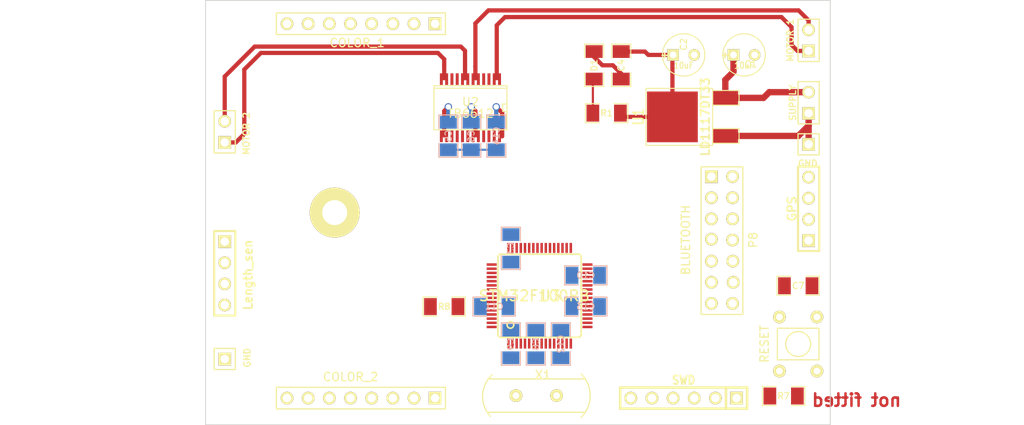
<source format=kicad_pcb>
(kicad_pcb (version 3) (host pcbnew "(2013-07-07 BZR 4022)-stable")

  (general
    (links 113)
    (no_connects 89)
    (area 172.921429 97.149999 295.864286 148.250001)
    (thickness 1.6)
    (drawings 12)
    (tracks 107)
    (zones 0)
    (modules 35)
    (nets 36)
  )

  (page A3)
  (layers
    (15 Gorna signal)
    (0 Dolna signal)
    (16 B.Adhes user)
    (17 F.Adhes user)
    (18 B.Paste user)
    (19 F.Paste user)
    (20 B.SilkS user)
    (21 F.SilkS user)
    (22 B.Mask user)
    (23 F.Mask user)
    (24 Dwgs.User user)
    (25 Cmts.User user)
    (26 Eco1.User user)
    (27 Eco2.User user)
    (28 Edge.Cuts user)
  )

  (setup
    (last_trace_width 0.254)
    (user_trace_width 0.254)
    (user_trace_width 0.508)
    (user_trace_width 0.762)
    (user_trace_width 1.016)
    (trace_clearance 0.254)
    (zone_clearance 0.508)
    (zone_45_only no)
    (trace_min 0.254)
    (segment_width 0.2)
    (edge_width 0.1)
    (via_size 0.889)
    (via_drill 0.635)
    (via_min_size 0.889)
    (via_min_drill 0.508)
    (uvia_size 0.508)
    (uvia_drill 0.127)
    (uvias_allowed no)
    (uvia_min_size 0.508)
    (uvia_min_drill 0.127)
    (pcb_text_width 0.3)
    (pcb_text_size 1.5 1.5)
    (mod_edge_width 0.15)
    (mod_text_size 1 1)
    (mod_text_width 0.15)
    (pad_size 1.524 2.032)
    (pad_drill 0)
    (pad_to_mask_clearance 0)
    (aux_axis_origin 0 0)
    (visible_elements 7FFFFBFF)
    (pcbplotparams
      (layerselection 3178497)
      (usegerberextensions true)
      (excludeedgelayer true)
      (linewidth 0.150000)
      (plotframeref false)
      (viasonmask false)
      (mode 1)
      (useauxorigin false)
      (hpglpennumber 1)
      (hpglpenspeed 20)
      (hpglpendiameter 15)
      (hpglpenoverlay 2)
      (psnegative false)
      (psa4output false)
      (plotreference true)
      (plotvalue true)
      (plotothertext true)
      (plotinvisibletext false)
      (padsonsilk false)
      (subtractmaskfromsilk false)
      (outputformat 1)
      (mirror false)
      (drillshape 1)
      (scaleselection 1)
      (outputdirectory ""))
  )

  (net 0 "")
  (net 1 +3.3V)
  (net 2 +9V)
  (net 3 AIN1)
  (net 4 AIN2)
  (net 5 AO1)
  (net 6 AO2)
  (net 7 BIN1)
  (net 8 BIN2)
  (net 9 BLUETOOTH_RX)
  (net 10 BLUETOOTH_TX)
  (net 11 BO1)
  (net 12 BO2)
  (net 13 GND)
  (net 14 GPS_RX)
  (net 15 GPS_TX)
  (net 16 LEDa)
  (net 17 LEDb)
  (net 18 N-0000020)
  (net 19 N-0000063)
  (net 20 NRST)
  (net 21 OSC_IN)
  (net 22 OSC_OUT)
  (net 23 OUTa)
  (net 24 OUTb)
  (net 25 PWMA)
  (net 26 PWMB)
  (net 27 S0a)
  (net 28 S0b)
  (net 29 S1a)
  (net 30 S1b)
  (net 31 SEN_EN)
  (net 32 SEN_OUT)
  (net 33 SWDCLK)
  (net 34 SWDIO)
  (net 35 SWDO)

  (net_class Default "To jest domyślna klasa połączeń."
    (clearance 0.254)
    (trace_width 0.254)
    (via_dia 0.889)
    (via_drill 0.635)
    (uvia_dia 0.508)
    (uvia_drill 0.127)
    (add_net "")
    (add_net +3.3V)
    (add_net +9V)
    (add_net AIN1)
    (add_net AIN2)
    (add_net AO1)
    (add_net AO2)
    (add_net BIN1)
    (add_net BIN2)
    (add_net BLUETOOTH_RX)
    (add_net BLUETOOTH_TX)
    (add_net BO1)
    (add_net BO2)
    (add_net GND)
    (add_net GPS_RX)
    (add_net GPS_TX)
    (add_net LEDa)
    (add_net LEDb)
    (add_net N-0000020)
    (add_net N-0000063)
    (add_net NRST)
    (add_net OSC_IN)
    (add_net OSC_OUT)
    (add_net OUTa)
    (add_net OUTb)
    (add_net PWMA)
    (add_net PWMB)
    (add_net S0a)
    (add_net S0b)
    (add_net S1a)
    (add_net S1b)
    (add_net SEN_EN)
    (add_net SEN_OUT)
    (add_net SWDCLK)
    (add_net SWDIO)
    (add_net SWDO)
  )

  (module XT-4.88mmTHT (layer Gorna) (tedit 54737E95) (tstamp 545B787B)
    (at 237.3 144.7)
    (path /5448F932)
    (fp_text reference X1 (at 0.8 -2.5) (layer F.SilkS)
      (effects (font (size 1 1) (thickness 0.15)))
    )
    (fp_text value 8M (at -2.2 -2.5) (layer F.SilkS) hide
      (effects (font (size 1 1) (thickness 0.15)))
    )
    (fp_arc (start -2.9 0.1) (end -5.5 2.5) (angle 90) (layer F.SilkS) (width 0.15))
    (fp_arc (start 2.8 0) (end 5.4 -2.6) (angle 90) (layer F.SilkS) (width 0.15))
    (fp_line (start 5.75 2) (end -5.75 2) (layer F.SilkS) (width 0.15))
    (fp_line (start -5.75 -2) (end 5.75 -2) (layer F.SilkS) (width 0.15))
    (pad 1 thru_hole circle (at -2.44 0) (size 1.54 1.54) (drill 0.8)
      (layers *.Cu *.Mask F.SilkS)
      (net 21 OSC_IN)
    )
    (pad 2 thru_hole circle (at 2.44 0) (size 1.54 1.54) (drill 0.8)
      (layers *.Cu *.Mask F.SilkS)
      (net 22 OSC_OUT)
    )
  )

  (module SSOP24   locked (layer Gorna) (tedit 531CA7D0) (tstamp 545B789F)
    (at 229.4 110.1 180)
    (path /5453615F)
    (attr smd)
    (fp_text reference U2 (at 0 0.6985 180) (layer F.SilkS)
      (effects (font (size 1.00076 1.00076) (thickness 0.1397)))
    )
    (fp_text value TB6612 (at 0 -0.6985 180) (layer F.SilkS)
      (effects (font (size 1.00076 1.00076) (thickness 0.12954)))
    )
    (fp_line (start -4.3815 -2.65) (end 4.3815 -2.65) (layer F.SilkS) (width 0.12954))
    (fp_line (start -4.3815 -0.4445) (end -3.8735 -0.4445) (layer F.SilkS) (width 0.12954))
    (fp_line (start -4.3815 0.4445) (end -3.8735 0.4445) (layer F.SilkS) (width 0.12954))
    (fp_line (start -3.8735 -0.4445) (end -3.8735 0.4445) (layer F.SilkS) (width 0.12954))
    (fp_line (start -4.3815 2.35) (end 4.3815 2.35) (layer F.SilkS) (width 0.12954))
    (fp_line (start 4.3815 2.65) (end -4.3815 2.65) (layer F.SilkS) (width 0.12954))
    (fp_line (start 4.3815 -2.65) (end 4.3815 2.65) (layer F.SilkS) (width 0.12954))
    (fp_line (start -4.3815 2.65) (end -4.3815 -2.65) (layer F.SilkS) (width 0.12954))
    (pad 1 smd rect (at -3.4925 3.44 180) (size 0.35052 1.39954)
      (layers Gorna F.Paste F.Mask)
      (net 5 AO1)
    )
    (pad 2 smd rect (at -2.8575 3.44 180) (size 0.35052 1.39954)
      (layers Gorna F.Paste F.Mask)
      (net 5 AO1)
    )
    (pad 3 smd rect (at -2.2225 3.44 180) (size 0.35052 1.39954)
      (layers Gorna F.Paste F.Mask)
      (net 13 GND)
    )
    (pad 4 smd rect (at -1.5875 3.44 180) (size 0.35052 1.39954)
      (layers Gorna F.Paste F.Mask)
      (net 13 GND)
    )
    (pad 5 smd rect (at -0.9525 3.44 180) (size 0.35052 1.39954)
      (layers Gorna F.Paste F.Mask)
      (net 6 AO2)
    )
    (pad 6 smd rect (at -0.3175 3.44 180) (size 0.35052 1.39954)
      (layers Gorna F.Paste F.Mask)
      (net 6 AO2)
    )
    (pad 7 smd rect (at 0.3175 3.44 180) (size 0.35052 1.39954)
      (layers Gorna F.Paste F.Mask)
      (net 12 BO2)
    )
    (pad 8 smd rect (at 0.9525 3.44 180) (size 0.35052 1.39954)
      (layers Gorna F.Paste F.Mask)
      (net 12 BO2)
    )
    (pad 9 smd rect (at 1.5875 3.44 180) (size 0.35052 1.39954)
      (layers Gorna F.Paste F.Mask)
      (net 13 GND)
    )
    (pad 10 smd rect (at 2.2225 3.44 180) (size 0.35052 1.39954)
      (layers Gorna F.Paste F.Mask)
      (net 13 GND)
    )
    (pad 11 smd rect (at 2.8575 3.44 180) (size 0.35052 1.39954)
      (layers Gorna F.Paste F.Mask)
      (net 11 BO1)
    )
    (pad 12 smd rect (at 3.4925 3.44 180) (size 0.35052 1.39954)
      (layers Gorna F.Paste F.Mask)
      (net 11 BO1)
    )
    (pad 13 smd rect (at 3.4925 -3.44 180) (size 0.35052 1.39954)
      (layers Gorna F.Paste F.Mask)
      (net 2 +9V)
    )
    (pad 14 smd rect (at 2.8575 -3.44 180) (size 0.35052 1.39954)
      (layers Gorna F.Paste F.Mask)
      (net 2 +9V)
    )
    (pad 15 smd rect (at 2.2225 -3.44 180) (size 0.35052 1.39954)
      (layers Gorna F.Paste F.Mask)
      (net 26 PWMB)
    )
    (pad 16 smd rect (at 1.5875 -3.44 180) (size 0.35052 1.39954)
      (layers Gorna F.Paste F.Mask)
      (net 8 BIN2)
    )
    (pad 17 smd rect (at 0.9525 -3.44 180) (size 0.35052 1.39954)
      (layers Gorna F.Paste F.Mask)
      (net 7 BIN1)
    )
    (pad 18 smd rect (at 0.3175 -3.44 180) (size 0.35052 1.39954)
      (layers Gorna F.Paste F.Mask)
      (net 13 GND)
    )
    (pad 19 smd rect (at -0.3175 -3.44 180) (size 0.35052 1.39954)
      (layers Gorna F.Paste F.Mask)
      (net 1 +3.3V)
    )
    (pad 20 smd rect (at -0.9525 -3.44 180) (size 0.35052 1.39954)
      (layers Gorna F.Paste F.Mask)
      (net 1 +3.3V)
    )
    (pad 21 smd rect (at -1.5875 -3.44 180) (size 0.35052 1.39954)
      (layers Gorna F.Paste F.Mask)
      (net 3 AIN1)
    )
    (pad 22 smd rect (at -2.2225 -3.44 180) (size 0.35052 1.39954)
      (layers Gorna F.Paste F.Mask)
      (net 4 AIN2)
    )
    (pad 23 smd rect (at -2.8575 -3.44 180) (size 0.35052 1.39954)
      (layers Gorna F.Paste F.Mask)
      (net 25 PWMA)
    )
    (pad 24 smd rect (at -3.4925 -3.44 180) (size 0.35052 1.39954)
      (layers Gorna F.Paste F.Mask)
      (net 2 +9V)
    )
    (model smd/smd_dil/tssop-24.wrl
      (at (xyz 0 0 0))
      (scale (xyz 1 1 1))
      (rotate (xyz 0 0 0))
    )
  )

  (module SM1206 (layer Dolna) (tedit 42806E24) (tstamp 546F1903)
    (at 234.25 138.5 270)
    (path /5448F8B1)
    (attr smd)
    (fp_text reference C9 (at 0 0 270) (layer B.SilkS)
      (effects (font (size 0.762 0.762) (thickness 0.127)) (justify mirror))
    )
    (fp_text value 20pF (at 0 0 270) (layer B.SilkS) hide
      (effects (font (size 0.762 0.762) (thickness 0.127)) (justify mirror))
    )
    (fp_line (start -2.54 1.143) (end -2.54 -1.143) (layer B.SilkS) (width 0.127))
    (fp_line (start -2.54 -1.143) (end -0.889 -1.143) (layer B.SilkS) (width 0.127))
    (fp_line (start 0.889 1.143) (end 2.54 1.143) (layer B.SilkS) (width 0.127))
    (fp_line (start 2.54 1.143) (end 2.54 -1.143) (layer B.SilkS) (width 0.127))
    (fp_line (start 2.54 -1.143) (end 0.889 -1.143) (layer B.SilkS) (width 0.127))
    (fp_line (start -0.889 1.143) (end -2.54 1.143) (layer B.SilkS) (width 0.127))
    (pad 1 smd rect (at -1.651 0 270) (size 1.524 2.032)
      (layers Dolna B.Paste B.Mask)
      (net 13 GND)
    )
    (pad 2 smd rect (at 1.651 0 270) (size 1.524 2.032)
      (layers Dolna B.Paste B.Mask)
      (net 21 OSC_IN)
    )
    (model smd/chip_cms.wrl
      (at (xyz 0 0 0))
      (scale (xyz 0.17 0.16 0.16))
      (rotate (xyz 0 0 0))
    )
  )

  (module SM1206 (layer Dolna) (tedit 42806E24) (tstamp 545B7917)
    (at 229.5 113.5 270)
    (path /545376BD)
    (attr smd)
    (fp_text reference C6 (at 0 0 270) (layer B.SilkS)
      (effects (font (size 0.762 0.762) (thickness 0.127)) (justify mirror))
    )
    (fp_text value 100nF (at 0 0 270) (layer B.SilkS) hide
      (effects (font (size 0.762 0.762) (thickness 0.127)) (justify mirror))
    )
    (fp_line (start -2.54 1.143) (end -2.54 -1.143) (layer B.SilkS) (width 0.127))
    (fp_line (start -2.54 -1.143) (end -0.889 -1.143) (layer B.SilkS) (width 0.127))
    (fp_line (start 0.889 1.143) (end 2.54 1.143) (layer B.SilkS) (width 0.127))
    (fp_line (start 2.54 1.143) (end 2.54 -1.143) (layer B.SilkS) (width 0.127))
    (fp_line (start 2.54 -1.143) (end 0.889 -1.143) (layer B.SilkS) (width 0.127))
    (fp_line (start -0.889 1.143) (end -2.54 1.143) (layer B.SilkS) (width 0.127))
    (pad 1 smd rect (at -1.651 0 270) (size 1.524 2.032)
      (layers Dolna B.Paste B.Mask)
      (net 1 +3.3V)
    )
    (pad 2 smd rect (at 1.651 0 270) (size 1.524 2.032)
      (layers Dolna B.Paste B.Mask)
      (net 13 GND)
    )
    (model smd/chip_cms.wrl
      (at (xyz 0 0 0))
      (scale (xyz 0.17 0.16 0.16))
      (rotate (xyz 0 0 0))
    )
  )

  (module SM1206 (layer Dolna) (tedit 42806E24) (tstamp 545B7923)
    (at 226.75 113.5 270)
    (path /545374CF)
    (attr smd)
    (fp_text reference C5 (at 0 0 270) (layer B.SilkS)
      (effects (font (size 0.762 0.762) (thickness 0.127)) (justify mirror))
    )
    (fp_text value 100nF (at 0 0 270) (layer B.SilkS) hide
      (effects (font (size 0.762 0.762) (thickness 0.127)) (justify mirror))
    )
    (fp_line (start -2.54 1.143) (end -2.54 -1.143) (layer B.SilkS) (width 0.127))
    (fp_line (start -2.54 -1.143) (end -0.889 -1.143) (layer B.SilkS) (width 0.127))
    (fp_line (start 0.889 1.143) (end 2.54 1.143) (layer B.SilkS) (width 0.127))
    (fp_line (start 2.54 1.143) (end 2.54 -1.143) (layer B.SilkS) (width 0.127))
    (fp_line (start 2.54 -1.143) (end 0.889 -1.143) (layer B.SilkS) (width 0.127))
    (fp_line (start -0.889 1.143) (end -2.54 1.143) (layer B.SilkS) (width 0.127))
    (pad 1 smd rect (at -1.651 0 270) (size 1.524 2.032)
      (layers Dolna B.Paste B.Mask)
      (net 2 +9V)
    )
    (pad 2 smd rect (at 1.651 0 270) (size 1.524 2.032)
      (layers Dolna B.Paste B.Mask)
      (net 13 GND)
    )
    (model smd/chip_cms.wrl
      (at (xyz 0 0 0))
      (scale (xyz 0.17 0.16 0.16))
      (rotate (xyz 0 0 0))
    )
  )

  (module SM1206 (layer Gorna) (tedit 42806E24) (tstamp 545B792F)
    (at 226.25 134)
    (path /544A3C0C)
    (attr smd)
    (fp_text reference R8 (at 0 0) (layer F.SilkS)
      (effects (font (size 0.762 0.762) (thickness 0.127)))
    )
    (fp_text value 510R (at 0 0) (layer F.SilkS) hide
      (effects (font (size 0.762 0.762) (thickness 0.127)))
    )
    (fp_line (start -2.54 -1.143) (end -2.54 1.143) (layer F.SilkS) (width 0.127))
    (fp_line (start -2.54 1.143) (end -0.889 1.143) (layer F.SilkS) (width 0.127))
    (fp_line (start 0.889 -1.143) (end 2.54 -1.143) (layer F.SilkS) (width 0.127))
    (fp_line (start 2.54 -1.143) (end 2.54 1.143) (layer F.SilkS) (width 0.127))
    (fp_line (start 2.54 1.143) (end 0.889 1.143) (layer F.SilkS) (width 0.127))
    (fp_line (start -0.889 -1.143) (end -2.54 -1.143) (layer F.SilkS) (width 0.127))
    (pad 1 smd rect (at -1.651 0) (size 1.524 2.032)
      (layers Gorna F.Paste F.Mask)
      (net 13 GND)
    )
    (pad 2 smd rect (at 1.651 0) (size 1.524 2.032)
      (layers Gorna F.Paste F.Mask)
      (net 18 N-0000020)
    )
    (model smd/chip_cms.wrl
      (at (xyz 0 0 0))
      (scale (xyz 0.17 0.16 0.16))
      (rotate (xyz 0 0 0))
    )
  )

  (module SM1206 (layer Dolna) (tedit 42806E24) (tstamp 546BA1D9)
    (at 237.25 138.5 270)
    (path /5448F8BE)
    (attr smd)
    (fp_text reference C8 (at 0 0 270) (layer B.SilkS)
      (effects (font (size 0.762 0.762) (thickness 0.127)) (justify mirror))
    )
    (fp_text value 20pF (at 0 0 270) (layer B.SilkS) hide
      (effects (font (size 0.762 0.762) (thickness 0.127)) (justify mirror))
    )
    (fp_line (start -2.54 1.143) (end -2.54 -1.143) (layer B.SilkS) (width 0.127))
    (fp_line (start -2.54 -1.143) (end -0.889 -1.143) (layer B.SilkS) (width 0.127))
    (fp_line (start 0.889 1.143) (end 2.54 1.143) (layer B.SilkS) (width 0.127))
    (fp_line (start 2.54 1.143) (end 2.54 -1.143) (layer B.SilkS) (width 0.127))
    (fp_line (start 2.54 -1.143) (end 0.889 -1.143) (layer B.SilkS) (width 0.127))
    (fp_line (start -0.889 1.143) (end -2.54 1.143) (layer B.SilkS) (width 0.127))
    (pad 1 smd rect (at -1.651 0 270) (size 1.524 2.032)
      (layers Dolna B.Paste B.Mask)
      (net 13 GND)
    )
    (pad 2 smd rect (at 1.651 0 270) (size 1.524 2.032)
      (layers Dolna B.Paste B.Mask)
      (net 22 OSC_OUT)
    )
    (model smd/chip_cms.wrl
      (at (xyz 0 0 0))
      (scale (xyz 0.17 0.16 0.16))
      (rotate (xyz 0 0 0))
    )
  )

  (module SM1206 (layer Gorna) (tedit 42806E24) (tstamp 545B7947)
    (at 268.75 131.5)
    (path /544A2E75)
    (attr smd)
    (fp_text reference C7 (at 0 0) (layer F.SilkS)
      (effects (font (size 0.762 0.762) (thickness 0.127)))
    )
    (fp_text value 100nF (at 0 0) (layer F.SilkS) hide
      (effects (font (size 0.762 0.762) (thickness 0.127)))
    )
    (fp_line (start -2.54 -1.143) (end -2.54 1.143) (layer F.SilkS) (width 0.127))
    (fp_line (start -2.54 1.143) (end -0.889 1.143) (layer F.SilkS) (width 0.127))
    (fp_line (start 0.889 -1.143) (end 2.54 -1.143) (layer F.SilkS) (width 0.127))
    (fp_line (start 2.54 -1.143) (end 2.54 1.143) (layer F.SilkS) (width 0.127))
    (fp_line (start 2.54 1.143) (end 0.889 1.143) (layer F.SilkS) (width 0.127))
    (fp_line (start -0.889 -1.143) (end -2.54 -1.143) (layer F.SilkS) (width 0.127))
    (pad 1 smd rect (at -1.651 0) (size 1.524 2.032)
      (layers Gorna F.Paste F.Mask)
      (net 20 NRST)
    )
    (pad 2 smd rect (at 1.651 0) (size 1.524 2.032)
      (layers Gorna F.Paste F.Mask)
      (net 13 GND)
    )
    (model smd/chip_cms.wrl
      (at (xyz 0 0 0))
      (scale (xyz 0.17 0.16 0.16))
      (rotate (xyz 0 0 0))
    )
  )

  (module SM1206 (layer Dolna) (tedit 42806E24) (tstamp 545B7953)
    (at 234.25 127 270)
    (path /544A2B2A)
    (attr smd)
    (fp_text reference C3 (at 0 0 270) (layer B.SilkS)
      (effects (font (size 0.762 0.762) (thickness 0.127)) (justify mirror))
    )
    (fp_text value 100nF (at 0 0 270) (layer B.SilkS) hide
      (effects (font (size 0.762 0.762) (thickness 0.127)) (justify mirror))
    )
    (fp_line (start -2.54 1.143) (end -2.54 -1.143) (layer B.SilkS) (width 0.127))
    (fp_line (start -2.54 -1.143) (end -0.889 -1.143) (layer B.SilkS) (width 0.127))
    (fp_line (start 0.889 1.143) (end 2.54 1.143) (layer B.SilkS) (width 0.127))
    (fp_line (start 2.54 1.143) (end 2.54 -1.143) (layer B.SilkS) (width 0.127))
    (fp_line (start 2.54 -1.143) (end 0.889 -1.143) (layer B.SilkS) (width 0.127))
    (fp_line (start -0.889 1.143) (end -2.54 1.143) (layer B.SilkS) (width 0.127))
    (pad 1 smd rect (at -1.651 0 270) (size 1.524 2.032)
      (layers Dolna B.Paste B.Mask)
      (net 1 +3.3V)
    )
    (pad 2 smd rect (at 1.651 0 270) (size 1.524 2.032)
      (layers Dolna B.Paste B.Mask)
      (net 13 GND)
    )
    (model smd/chip_cms.wrl
      (at (xyz 0 0 0))
      (scale (xyz 0.17 0.16 0.16))
      (rotate (xyz 0 0 0))
    )
  )

  (module SM1206 (layer Gorna) (tedit 42806E24) (tstamp 546BA5FE)
    (at 247.5 105 270)
    (path /54491ABA)
    (attr smd)
    (fp_text reference C4 (at 0 0 270) (layer F.SilkS)
      (effects (font (size 0.762 0.762) (thickness 0.127)))
    )
    (fp_text value 100nF (at 0 0 270) (layer F.SilkS) hide
      (effects (font (size 0.762 0.762) (thickness 0.127)))
    )
    (fp_line (start -2.54 -1.143) (end -2.54 1.143) (layer F.SilkS) (width 0.127))
    (fp_line (start -2.54 1.143) (end -0.889 1.143) (layer F.SilkS) (width 0.127))
    (fp_line (start 0.889 -1.143) (end 2.54 -1.143) (layer F.SilkS) (width 0.127))
    (fp_line (start 2.54 -1.143) (end 2.54 1.143) (layer F.SilkS) (width 0.127))
    (fp_line (start 2.54 1.143) (end 0.889 1.143) (layer F.SilkS) (width 0.127))
    (fp_line (start -0.889 -1.143) (end -2.54 -1.143) (layer F.SilkS) (width 0.127))
    (pad 1 smd rect (at -1.651 0 270) (size 1.524 2.032)
      (layers Gorna F.Paste F.Mask)
      (net 1 +3.3V)
    )
    (pad 2 smd rect (at 1.651 0 270) (size 1.524 2.032)
      (layers Gorna F.Paste F.Mask)
      (net 13 GND)
    )
    (model smd/chip_cms.wrl
      (at (xyz 0 0 0))
      (scale (xyz 0.17 0.16 0.16))
      (rotate (xyz 0 0 0))
    )
  )

  (module SM1206 (layer Gorna) (tedit 42806E24) (tstamp 545B796B)
    (at 267 144.75 180)
    (path /544A37CB)
    (attr smd)
    (fp_text reference R7 (at 0 0 180) (layer F.SilkS)
      (effects (font (size 0.762 0.762) (thickness 0.127)))
    )
    (fp_text value 100K (at 0 0 180) (layer F.SilkS) hide
      (effects (font (size 0.762 0.762) (thickness 0.127)))
    )
    (fp_line (start -2.54 -1.143) (end -2.54 1.143) (layer F.SilkS) (width 0.127))
    (fp_line (start -2.54 1.143) (end -0.889 1.143) (layer F.SilkS) (width 0.127))
    (fp_line (start 0.889 -1.143) (end 2.54 -1.143) (layer F.SilkS) (width 0.127))
    (fp_line (start 2.54 -1.143) (end 2.54 1.143) (layer F.SilkS) (width 0.127))
    (fp_line (start 2.54 1.143) (end 0.889 1.143) (layer F.SilkS) (width 0.127))
    (fp_line (start -0.889 -1.143) (end -2.54 -1.143) (layer F.SilkS) (width 0.127))
    (pad 1 smd rect (at -1.651 0 180) (size 1.524 2.032)
      (layers Gorna F.Paste F.Mask)
      (net 20 NRST)
    )
    (pad 2 smd rect (at 1.651 0 180) (size 1.524 2.032)
      (layers Gorna F.Paste F.Mask)
      (net 1 +3.3V)
    )
    (model smd/chip_cms.wrl
      (at (xyz 0 0 0))
      (scale (xyz 0.17 0.16 0.16))
      (rotate (xyz 0 0 0))
    )
  )

  (module SM1206 (layer Gorna) (tedit 42806E24) (tstamp 545B7977)
    (at 244.25 105 90)
    (path /54491DAC)
    (attr smd)
    (fp_text reference D1 (at 0 0 90) (layer F.SilkS)
      (effects (font (size 0.762 0.762) (thickness 0.127)))
    )
    (fp_text value RED (at 0 0 90) (layer F.SilkS) hide
      (effects (font (size 0.762 0.762) (thickness 0.127)))
    )
    (fp_line (start -2.54 -1.143) (end -2.54 1.143) (layer F.SilkS) (width 0.127))
    (fp_line (start -2.54 1.143) (end -0.889 1.143) (layer F.SilkS) (width 0.127))
    (fp_line (start 0.889 -1.143) (end 2.54 -1.143) (layer F.SilkS) (width 0.127))
    (fp_line (start 2.54 -1.143) (end 2.54 1.143) (layer F.SilkS) (width 0.127))
    (fp_line (start 2.54 1.143) (end 0.889 1.143) (layer F.SilkS) (width 0.127))
    (fp_line (start -0.889 -1.143) (end -2.54 -1.143) (layer F.SilkS) (width 0.127))
    (pad 1 smd rect (at -1.651 0 90) (size 1.524 2.032)
      (layers Gorna F.Paste F.Mask)
      (net 19 N-0000063)
    )
    (pad 2 smd rect (at 1.651 0 90) (size 1.524 2.032)
      (layers Gorna F.Paste F.Mask)
      (net 13 GND)
    )
    (model smd/chip_cms.wrl
      (at (xyz 0 0 0))
      (scale (xyz 0.17 0.16 0.16))
      (rotate (xyz 0 0 0))
    )
  )

  (module SM1206 (layer Gorna) (tedit 42806E24) (tstamp 545EA652)
    (at 245.75 110.75 180)
    (path /54491D9D)
    (attr smd)
    (fp_text reference R1 (at 0 0 180) (layer F.SilkS)
      (effects (font (size 0.762 0.762) (thickness 0.127)))
    )
    (fp_text value 660R (at 0 0 180) (layer F.SilkS) hide
      (effects (font (size 0.762 0.762) (thickness 0.127)))
    )
    (fp_line (start -2.54 -1.143) (end -2.54 1.143) (layer F.SilkS) (width 0.127))
    (fp_line (start -2.54 1.143) (end -0.889 1.143) (layer F.SilkS) (width 0.127))
    (fp_line (start 0.889 -1.143) (end 2.54 -1.143) (layer F.SilkS) (width 0.127))
    (fp_line (start 2.54 -1.143) (end 2.54 1.143) (layer F.SilkS) (width 0.127))
    (fp_line (start 2.54 1.143) (end 0.889 1.143) (layer F.SilkS) (width 0.127))
    (fp_line (start -0.889 -1.143) (end -2.54 -1.143) (layer F.SilkS) (width 0.127))
    (pad 1 smd rect (at -1.651 0 180) (size 1.524 2.032)
      (layers Gorna F.Paste F.Mask)
      (net 1 +3.3V)
    )
    (pad 2 smd rect (at 1.651 0 180) (size 1.524 2.032)
      (layers Gorna F.Paste F.Mask)
      (net 19 N-0000063)
    )
    (model smd/chip_cms.wrl
      (at (xyz 0 0 0))
      (scale (xyz 0.17 0.16 0.16))
      (rotate (xyz 0 0 0))
    )
  )

  (module PIN_ARRAY_8_1 (layer Gorna) (tedit 54737E32) (tstamp 545B7993)
    (at 215 100 180)
    (path /54537A2A)
    (fp_text reference P4 (at 10.2 -0.2 180) (layer F.SilkS) hide
      (effects (font (size 1 1) (thickness 0.15)))
    )
    (fp_text value COLOR_1 (at -0.8 -2.3 180) (layer F.SilkS)
      (effects (font (size 1 1) (thickness 0.15)))
    )
    (fp_line (start -11.4 1.3) (end 8.9 1.3) (layer F.SilkS) (width 0.15))
    (fp_line (start 8.9 1.3) (end 8.9 -1.3) (layer F.SilkS) (width 0.15))
    (fp_line (start 8.9 -1.3) (end -11.4 -1.3) (layer F.SilkS) (width 0.15))
    (fp_line (start -11.4 1.3) (end -11.4 -1.3) (layer F.SilkS) (width 0.15))
    (pad 1 thru_hole trapezoid (at -10.16 0 180) (size 1.524 1.524) (drill 1.016)
      (layers *.Cu *.Mask F.SilkS)
      (net 1 +3.3V)
    )
    (pad 2 thru_hole circle (at -7.62 0 180) (size 1.524 1.524) (drill 1.016)
      (layers *.Cu *.Mask F.SilkS)
      (net 13 GND)
    )
    (pad 3 thru_hole circle (at -5.08 0 180) (size 1.524 1.524) (drill 1.016)
      (layers *.Cu *.Mask F.SilkS)
      (net 27 S0a)
    )
    (pad 4 thru_hole circle (at -2.54 0 180) (size 1.524 1.524) (drill 1.016)
      (layers *.Cu *.Mask F.SilkS)
      (net 29 S1a)
    )
    (pad 5 thru_hole circle (at 0 0 180) (size 1.524 1.524) (drill 1.016)
      (layers *.Cu *.Mask F.SilkS)
      (net 1 +3.3V)
    )
    (pad 6 thru_hole circle (at 2.54 0 180) (size 1.524 1.524) (drill 1.016)
      (layers *.Cu *.Mask F.SilkS)
      (net 13 GND)
    )
    (pad 7 thru_hole circle (at 5.08 0 180) (size 1.524 1.524) (drill 1.016)
      (layers *.Cu *.Mask F.SilkS)
      (net 23 OUTa)
    )
    (pad 8 thru_hole circle (at 7.62 0 180) (size 1.524 1.524) (drill 1.016)
      (layers *.Cu *.Mask F.SilkS)
      (net 16 LEDa)
    )
  )

  (module PIN_ARRAY_8_1 (layer Gorna) (tedit 54737E79) (tstamp 545B79A3)
    (at 215 145 180)
    (path /54537A56)
    (fp_text reference P5 (at -5.8 2.5 180) (layer F.SilkS) hide
      (effects (font (size 1 1) (thickness 0.15)))
    )
    (fp_text value COLOR_2 (at 0 2.55 180) (layer F.SilkS)
      (effects (font (size 1 1) (thickness 0.15)))
    )
    (fp_line (start -11.4 1.3) (end 8.9 1.3) (layer F.SilkS) (width 0.15))
    (fp_line (start 8.9 1.3) (end 8.9 -1.3) (layer F.SilkS) (width 0.15))
    (fp_line (start 8.9 -1.3) (end -11.4 -1.3) (layer F.SilkS) (width 0.15))
    (fp_line (start -11.4 1.3) (end -11.4 -1.3) (layer F.SilkS) (width 0.15))
    (pad 1 thru_hole trapezoid (at -10.16 0 180) (size 1.524 1.524) (drill 1.016)
      (layers *.Cu *.Mask F.SilkS)
      (net 1 +3.3V)
    )
    (pad 2 thru_hole circle (at -7.62 0 180) (size 1.524 1.524) (drill 1.016)
      (layers *.Cu *.Mask F.SilkS)
      (net 13 GND)
    )
    (pad 3 thru_hole circle (at -5.08 0 180) (size 1.524 1.524) (drill 1.016)
      (layers *.Cu *.Mask F.SilkS)
      (net 28 S0b)
    )
    (pad 4 thru_hole circle (at -2.54 0 180) (size 1.524 1.524) (drill 1.016)
      (layers *.Cu *.Mask F.SilkS)
      (net 30 S1b)
    )
    (pad 5 thru_hole circle (at 0 0 180) (size 1.524 1.524) (drill 1.016)
      (layers *.Cu *.Mask F.SilkS)
      (net 1 +3.3V)
    )
    (pad 6 thru_hole circle (at 2.54 0 180) (size 1.524 1.524) (drill 1.016)
      (layers *.Cu *.Mask F.SilkS)
      (net 13 GND)
    )
    (pad 7 thru_hole circle (at 5.08 0 180) (size 1.524 1.524) (drill 1.016)
      (layers *.Cu *.Mask F.SilkS)
      (net 24 OUTb)
    )
    (pad 8 thru_hole circle (at 7.62 0 180) (size 1.524 1.524) (drill 1.016)
      (layers *.Cu *.Mask F.SilkS)
      (net 17 LEDb)
    )
  )

  (module PIN_ARRAY_7X2   locked (layer Gorna) (tedit 545B7843) (tstamp 54738755)
    (at 259.6 126 270)
    (path /54540D33)
    (fp_text reference P8 (at 0 -3.75 270) (layer F.SilkS)
      (effects (font (size 1 1) (thickness 0.15)))
    )
    (fp_text value BLUETOOTH (at 0 4.35 270) (layer F.SilkS)
      (effects (font (size 1 1) (thickness 0.15)))
    )
    (fp_line (start -8.8 2.5) (end -8.8 -2.5) (layer F.SilkS) (width 0.15))
    (fp_line (start -8.8 -2.5) (end 8.95 -2.5) (layer F.SilkS) (width 0.15))
    (fp_line (start 8.95 -2.5) (end 8.95 2.5) (layer F.SilkS) (width 0.15))
    (fp_line (start 8.95 2.5) (end -8.8 2.5) (layer F.SilkS) (width 0.15))
    (pad 1 thru_hole trapezoid (at -7.62 1.27 270) (size 1.524 1.524) (drill 1.016)
      (layers *.Cu *.Mask F.SilkS)
      (net 1 +3.3V)
    )
    (pad 2 thru_hole circle (at -7.62 -1.27 270) (size 1.524 1.524) (drill 1.016)
      (layers *.Cu *.Mask F.SilkS)
      (net 13 GND)
    )
    (pad 3 thru_hole circle (at -5.08 1.27 270) (size 1.524 1.524) (drill 1.016)
      (layers *.Cu *.Mask F.SilkS)
    )
    (pad 4 thru_hole circle (at -5.08 -1.27 270) (size 1.524 1.524) (drill 1.016)
      (layers *.Cu *.Mask F.SilkS)
      (net 10 BLUETOOTH_TX)
    )
    (pad 5 thru_hole circle (at -2.54 1.27 270) (size 1.524 1.524) (drill 1.016)
      (layers *.Cu *.Mask F.SilkS)
      (net 9 BLUETOOTH_RX)
    )
    (pad 6 thru_hole circle (at -2.54 -1.27 270) (size 1.524 1.524) (drill 1.016)
      (layers *.Cu *.Mask F.SilkS)
    )
    (pad 7 thru_hole circle (at -0.1 1.27 270) (size 1.524 1.524) (drill 1.016)
      (layers *.Cu *.Mask F.SilkS)
    )
    (pad 8 thru_hole circle (at 0 -1.27 270) (size 1.524 1.524) (drill 1.016)
      (layers *.Cu *.Mask F.SilkS)
    )
    (pad 9 thru_hole circle (at 2.54 1.27 270) (size 1.524 1.524) (drill 1.016)
      (layers *.Cu *.Mask F.SilkS)
    )
    (pad 10 thru_hole circle (at 2.54 -1.3 270) (size 1.524 1.524) (drill 1.016)
      (layers *.Cu *.Mask F.SilkS)
    )
    (pad 11 thru_hole circle (at 5.08 1.27 270) (size 1.524 1.524) (drill 1.016)
      (layers *.Cu *.Mask F.SilkS)
    )
    (pad 12 thru_hole circle (at 5.08 -1.35 270) (size 1.524 1.524) (drill 1.016)
      (layers *.Cu *.Mask F.SilkS)
    )
    (pad 13 thru_hole circle (at 7.62 1.27 270) (size 1.524 1.524) (drill 1.016)
      (layers *.Cu *.Mask F.SilkS)
    )
    (pad 14 thru_hole circle (at 7.62 -1.27 270) (size 1.524 1.524) (drill 1.016)
      (layers *.Cu *.Mask F.SilkS)
    )
  )

  (module PIN_ARRAY_4x1 (layer Gorna) (tedit 54737E57) (tstamp 546B9F6B)
    (at 270 122.25 90)
    (descr "Double rangee de contacts 2 x 5 pins")
    (tags CONN)
    (path /544A5EB3)
    (fp_text reference P2 (at 3.05 -2.2 90) (layer F.SilkS) hide
      (effects (font (size 1.016 1.016) (thickness 0.2032)))
    )
    (fp_text value GPS (at 0 -2 90) (layer F.SilkS)
      (effects (font (size 1.016 1.016) (thickness 0.2032)))
    )
    (fp_line (start 5.08 1.27) (end -5.08 1.27) (layer F.SilkS) (width 0.254))
    (fp_line (start 5.08 -1.27) (end -5.08 -1.27) (layer F.SilkS) (width 0.254))
    (fp_line (start -5.08 -1.27) (end -5.08 1.27) (layer F.SilkS) (width 0.254))
    (fp_line (start 5.08 1.27) (end 5.08 -1.27) (layer F.SilkS) (width 0.254))
    (pad 1 thru_hole rect (at -3.81 0 90) (size 1.524 1.524) (drill 1.016)
      (layers *.Cu *.Mask F.SilkS)
      (net 13 GND)
    )
    (pad 2 thru_hole circle (at -1.27 0 90) (size 1.524 1.524) (drill 1.016)
      (layers *.Cu *.Mask F.SilkS)
      (net 14 GPS_RX)
    )
    (pad 3 thru_hole circle (at 1.27 0 90) (size 1.524 1.524) (drill 1.016)
      (layers *.Cu *.Mask F.SilkS)
      (net 1 +3.3V)
    )
    (pad 4 thru_hole circle (at 3.81 0 90) (size 1.524 1.524) (drill 1.016)
      (layers *.Cu *.Mask F.SilkS)
      (net 15 GPS_TX)
    )
    (model pin_array\pins_array_4x1.wrl
      (at (xyz 0 0 0))
      (scale (xyz 1 1 1))
      (rotate (xyz 0 0 0))
    )
  )

  (module PIN_ARRAY_2X1 (layer Gorna) (tedit 54737E28) (tstamp 54738734)
    (at 199.9 113 90)
    (descr "Connecteurs 2 pins")
    (tags "CONN DEV")
    (path /545414D2)
    (fp_text reference P7 (at 4 2.6 90) (layer F.SilkS) hide
      (effects (font (size 0.762 0.762) (thickness 0.1524)))
    )
    (fp_text value "MOTOR 2" (at -0.2 2.6 90) (layer F.SilkS)
      (effects (font (size 0.762 0.762) (thickness 0.1524)))
    )
    (fp_line (start -2.54 1.27) (end -2.54 -1.27) (layer F.SilkS) (width 0.1524))
    (fp_line (start -2.54 -1.27) (end 2.54 -1.27) (layer F.SilkS) (width 0.1524))
    (fp_line (start 2.54 -1.27) (end 2.54 1.27) (layer F.SilkS) (width 0.1524))
    (fp_line (start 2.54 1.27) (end -2.54 1.27) (layer F.SilkS) (width 0.1524))
    (pad 1 thru_hole rect (at -1.27 0 90) (size 1.524 1.524) (drill 1.016)
      (layers *.Cu *.Mask F.SilkS)
      (net 11 BO1)
    )
    (pad 2 thru_hole circle (at 1.27 0 90) (size 1.524 1.524) (drill 1.016)
      (layers *.Cu *.Mask F.SilkS)
      (net 12 BO2)
    )
    (model pin_array/pins_array_2x1.wrl
      (at (xyz 0 0 0))
      (scale (xyz 1 1 1))
      (rotate (xyz 0 0 0))
    )
  )

  (module PIN_ARRAY_2X1 (layer Gorna) (tedit 54737E4F) (tstamp 5473876B)
    (at 270 109.5 90)
    (descr "Connecteurs 2 pins")
    (tags "CONN DEV")
    (path /54490319)
    (fp_text reference P3 (at 3.35 -2.1 90) (layer F.SilkS) hide
      (effects (font (size 0.762 0.762) (thickness 0.1524)))
    )
    (fp_text value SUPPLY (at 0 -1.905 90) (layer F.SilkS)
      (effects (font (size 0.762 0.762) (thickness 0.1524)))
    )
    (fp_line (start -2.54 1.27) (end -2.54 -1.27) (layer F.SilkS) (width 0.1524))
    (fp_line (start -2.54 -1.27) (end 2.54 -1.27) (layer F.SilkS) (width 0.1524))
    (fp_line (start 2.54 -1.27) (end 2.54 1.27) (layer F.SilkS) (width 0.1524))
    (fp_line (start 2.54 1.27) (end -2.54 1.27) (layer F.SilkS) (width 0.1524))
    (pad 1 thru_hole rect (at -1.27 0 90) (size 1.524 1.524) (drill 1.016)
      (layers *.Cu *.Mask F.SilkS)
      (net 13 GND)
    )
    (pad 2 thru_hole circle (at 1.27 0 90) (size 1.524 1.524) (drill 1.016)
      (layers *.Cu *.Mask F.SilkS)
      (net 2 +9V)
    )
    (model pin_array/pins_array_2x1.wrl
      (at (xyz 0 0 0))
      (scale (xyz 1 1 1))
      (rotate (xyz 0 0 0))
    )
  )

  (module PIN_ARRAY_2X1 (layer Gorna) (tedit 54738BA5) (tstamp 546B9F76)
    (at 270 102 90)
    (descr "Connecteurs 2 pins")
    (tags "CONN DEV")
    (path /54541498)
    (fp_text reference P6 (at 3.65 -2.3 90) (layer F.SilkS) hide
      (effects (font (size 0.762 0.762) (thickness 0.1524)))
    )
    (fp_text value "MOTOR 1" (at 0 -2.2 90) (layer F.SilkS)
      (effects (font (size 0.762 0.762) (thickness 0.1524)))
    )
    (fp_line (start -2.54 1.27) (end -2.54 -1.27) (layer F.SilkS) (width 0.1524))
    (fp_line (start -2.54 -1.27) (end 2.54 -1.27) (layer F.SilkS) (width 0.1524))
    (fp_line (start 2.54 -1.27) (end 2.54 1.27) (layer F.SilkS) (width 0.1524))
    (fp_line (start 2.54 1.27) (end -2.54 1.27) (layer F.SilkS) (width 0.1524))
    (pad 1 thru_hole rect (at -1.27 0 90) (size 1.524 1.524) (drill 1.016)
      (layers *.Cu *.Mask F.SilkS)
      (net 5 AO1)
    )
    (pad 2 thru_hole circle (at 1.27 0 90) (size 1.524 1.524) (drill 1.016)
      (layers *.Cu *.Mask F.SilkS)
      (net 6 AO2)
    )
    (model pin_array/pins_array_2x1.wrl
      (at (xyz 0 0 0))
      (scale (xyz 1 1 1))
      (rotate (xyz 0 0 0))
    )
  )

  (module PIN_ARRAY_1 (layer Gorna) (tedit 54737E3E) (tstamp 545B79EC)
    (at 270 114.5)
    (descr "1 pin")
    (tags "CONN DEV")
    (path /5454D0D9)
    (fp_text reference P9 (at -2.1 -0.1) (layer F.SilkS) hide
      (effects (font (size 0.762 0.762) (thickness 0.1524)))
    )
    (fp_text value GND (at -0.1 2.3) (layer F.SilkS)
      (effects (font (size 0.762 0.762) (thickness 0.1524)))
    )
    (fp_line (start 1.27 1.27) (end -1.27 1.27) (layer F.SilkS) (width 0.1524))
    (fp_line (start -1.27 -1.27) (end 1.27 -1.27) (layer F.SilkS) (width 0.1524))
    (fp_line (start -1.27 1.27) (end -1.27 -1.27) (layer F.SilkS) (width 0.1524))
    (fp_line (start 1.27 -1.27) (end 1.27 1.27) (layer F.SilkS) (width 0.1524))
    (pad 1 thru_hole rect (at 0 0) (size 1.524 1.524) (drill 1.016)
      (layers *.Cu *.Mask F.SilkS)
      (net 13 GND)
    )
    (model pin_array\pin_1.wrl
      (at (xyz 0 0 0))
      (scale (xyz 1 1 1))
      (rotate (xyz 0 0 0))
    )
  )

  (module PIN_ARRAY-6X1 (layer Gorna) (tedit 54737E65) (tstamp 545B79FB)
    (at 255 145 180)
    (descr "Connecteur 6 pins")
    (tags "CONN DEV")
    (path /544A44AF)
    (fp_text reference P1 (at 3.9 2.3 180) (layer F.SilkS) hide
      (effects (font (size 1.016 1.016) (thickness 0.2032)))
    )
    (fp_text value SWD (at 0 2.159 180) (layer F.SilkS)
      (effects (font (size 1.016 0.889) (thickness 0.2032)))
    )
    (fp_line (start -7.62 1.27) (end -7.62 -1.27) (layer F.SilkS) (width 0.3048))
    (fp_line (start -7.62 -1.27) (end 7.62 -1.27) (layer F.SilkS) (width 0.3048))
    (fp_line (start 7.62 -1.27) (end 7.62 1.27) (layer F.SilkS) (width 0.3048))
    (fp_line (start 7.62 1.27) (end -7.62 1.27) (layer F.SilkS) (width 0.3048))
    (fp_line (start -5.08 1.27) (end -5.08 -1.27) (layer F.SilkS) (width 0.3048))
    (pad 1 thru_hole rect (at -6.35 0 180) (size 1.524 1.524) (drill 1.016)
      (layers *.Cu *.Mask F.SilkS)
      (net 1 +3.3V)
    )
    (pad 2 thru_hole circle (at -3.81 0 180) (size 1.524 1.524) (drill 1.016)
      (layers *.Cu *.Mask F.SilkS)
      (net 33 SWDCLK)
    )
    (pad 3 thru_hole circle (at -1.27 0 180) (size 1.524 1.524) (drill 1.016)
      (layers *.Cu *.Mask F.SilkS)
      (net 13 GND)
    )
    (pad 4 thru_hole circle (at 1.27 0 180) (size 1.524 1.524) (drill 1.016)
      (layers *.Cu *.Mask F.SilkS)
      (net 34 SWDIO)
    )
    (pad 5 thru_hole circle (at 3.81 0 180) (size 1.524 1.524) (drill 1.016)
      (layers *.Cu *.Mask F.SilkS)
      (net 20 NRST)
    )
    (pad 6 thru_hole circle (at 6.35 0 180) (size 1.524 1.524) (drill 1.016)
      (layers *.Cu *.Mask F.SilkS)
      (net 35 SWDO)
    )
    (model pin_array/pins_array_6x1.wrl
      (at (xyz 0 0 0))
      (scale (xyz 1 1 1))
      (rotate (xyz 0 0 0))
    )
  )

  (module microswitch_tht (layer Gorna) (tedit 54737ED1) (tstamp 54738705)
    (at 268.75 138.5 90)
    (path /544A32E9)
    (fp_text reference SW1 (at -0.4 -5.75 90) (layer F.SilkS) hide
      (effects (font (size 1 1) (thickness 0.15)))
    )
    (fp_text value RESET (at 0 -4.05 90) (layer F.SilkS)
      (effects (font (size 1 1) (thickness 0.15)))
    )
    (fp_circle (center 0 0) (end 0 -1.5) (layer F.SilkS) (width 0.15))
    (fp_line (start -1.9 -2.5) (end 1.9 -2.5) (layer F.SilkS) (width 0.15))
    (fp_line (start 1.9 -2.5) (end 1.9 2.5) (layer F.SilkS) (width 0.15))
    (fp_line (start 1.9 2.5) (end -1.9 2.5) (layer F.SilkS) (width 0.15))
    (fp_line (start -1.9 2.5) (end -1.9 -2.5) (layer F.SilkS) (width 0.15))
    (pad 1 thru_hole circle (at -3.25 -2.25 90) (size 1.524 1.524) (drill 0.8)
      (layers *.Cu *.Mask F.SilkS)
      (net 20 NRST)
    )
    (pad 2 thru_hole circle (at 3.25 -2.25 90) (size 1.524 1.524) (drill 0.8)
      (layers *.Cu *.Mask F.SilkS)
      (net 20 NRST)
    )
    (pad 3 thru_hole circle (at -3.25 2.25 90) (size 1.524 1.524) (drill 0.8)
      (layers *.Cu *.Mask F.SilkS)
      (net 13 GND)
    )
    (pad 4 thru_hole circle (at 3.25 2.25 90) (size 1.524 1.524) (drill 0.8)
      (layers *.Cu *.Mask F.SilkS)
      (net 13 GND)
    )
  )

  (module DPAK2 (layer Gorna) (tedit 451BAACE) (tstamp 545B7A67)
    (at 260 111.2 90)
    (descr "MOS boitier DPACK G-D-S")
    (tags "CMD DPACK")
    (path /54491952)
    (attr smd)
    (fp_text reference U1 (at 0 -10.414 90) (layer F.SilkS)
      (effects (font (size 1.27 1.016) (thickness 0.2032)))
    )
    (fp_text value LD1117DT33 (at 0 -2.413 90) (layer F.SilkS)
      (effects (font (size 1.016 1.016) (thickness 0.2032)))
    )
    (fp_line (start 1.397 -1.524) (end 1.397 1.651) (layer F.SilkS) (width 0.127))
    (fp_line (start 1.397 1.651) (end 3.175 1.651) (layer F.SilkS) (width 0.127))
    (fp_line (start 3.175 1.651) (end 3.175 -1.524) (layer F.SilkS) (width 0.127))
    (fp_line (start -3.175 -1.524) (end -3.175 1.651) (layer F.SilkS) (width 0.127))
    (fp_line (start -3.175 1.651) (end -1.397 1.651) (layer F.SilkS) (width 0.127))
    (fp_line (start -1.397 1.651) (end -1.397 -1.524) (layer F.SilkS) (width 0.127))
    (fp_line (start 3.429 -7.62) (end 3.429 -1.524) (layer F.SilkS) (width 0.127))
    (fp_line (start 3.429 -1.524) (end -3.429 -1.524) (layer F.SilkS) (width 0.127))
    (fp_line (start -3.429 -1.524) (end -3.429 -9.398) (layer F.SilkS) (width 0.127))
    (fp_line (start -3.429 -9.525) (end 3.429 -9.525) (layer F.SilkS) (width 0.127))
    (fp_line (start 3.429 -9.398) (end 3.429 -7.62) (layer F.SilkS) (width 0.127))
    (pad 1 smd rect (at -2.286 0 90) (size 1.651 3.048)
      (layers Gorna F.Paste F.Mask)
      (net 13 GND)
    )
    (pad 2 smd rect (at 0 -6.35 90) (size 6.096 6.096)
      (layers Gorna F.Paste F.Mask)
      (net 1 +3.3V)
    )
    (pad 3 smd rect (at 2.286 0 90) (size 1.651 3.048)
      (layers Gorna F.Paste F.Mask)
      (net 2 +9V)
    )
    (model smd/dpack_2.wrl
      (at (xyz 0 0 0))
      (scale (xyz 1 1 1))
      (rotate (xyz 0 0 0))
    )
  )

  (module C1V5 (layer Gorna) (tedit 545EA305) (tstamp 545B7A6F)
    (at 255 103.75)
    (descr "Condensateur e = 1 pas")
    (tags C)
    (path /54491AB2)
    (fp_text reference C2 (at 0 -1.26746 90) (layer F.SilkS)
      (effects (font (size 0.762 0.762) (thickness 0.127)))
    )
    (fp_text value 10uF (at 0 1.27) (layer F.SilkS)
      (effects (font (size 0.762 0.635) (thickness 0.127)))
    )
    (fp_text user + (at -2.286 0) (layer F.SilkS)
      (effects (font (size 0.762 0.762) (thickness 0.2032)))
    )
    (fp_circle (center 0 0) (end 0.127 -2.54) (layer F.SilkS) (width 0.127))
    (pad 1 thru_hole rect (at -1.27 0) (size 1.397 1.397) (drill 0.8128)
      (layers *.Cu *.Mask F.SilkS)
      (net 1 +3.3V)
    )
    (pad 2 thru_hole circle (at 1.27 0) (size 1.397 1.397) (drill 0.8128)
      (layers *.Cu *.Mask F.SilkS)
      (net 13 GND)
    )
    (model discret/c_vert_c1v5.wrl
      (at (xyz 0 0 0))
      (scale (xyz 1 1 1))
      (rotate (xyz 0 0 0))
    )
  )

  (module C1V5 (layer Gorna) (tedit 546F0FA2) (tstamp 545B7A77)
    (at 262.25 103.75)
    (descr "Condensateur e = 1 pas")
    (tags C)
    (path /54491AA5)
    (fp_text reference C1 (at 0.8 1.1) (layer F.SilkS)
      (effects (font (size 0.762 0.762) (thickness 0.127)))
    )
    (fp_text value 10uF (at 0 1.27) (layer F.SilkS)
      (effects (font (size 0.762 0.635) (thickness 0.127)))
    )
    (fp_text user + (at -2.286 0) (layer F.SilkS)
      (effects (font (size 0.762 0.762) (thickness 0.2032)))
    )
    (fp_circle (center 0 0) (end 0.127 -2.54) (layer F.SilkS) (width 0.127))
    (pad 1 thru_hole rect (at -1.27 0) (size 1.397 1.397) (drill 0.8128)
      (layers *.Cu *.Mask F.SilkS)
      (net 2 +9V)
    )
    (pad 2 thru_hole circle (at 1.27 0) (size 1.397 1.397) (drill 0.8128)
      (layers *.Cu *.Mask F.SilkS)
      (net 13 GND)
    )
    (model discret/c_vert_c1v5.wrl
      (at (xyz 0 0 0))
      (scale (xyz 1 1 1))
      (rotate (xyz 0 0 0))
    )
  )

  (module PIN_ARRAY_4x1 (layer Gorna) (tedit 54737E22) (tstamp 54738729)
    (at 199.9 130 270)
    (descr "Double rangee de contacts 2 x 5 pins")
    (tags CONN)
    (path /545DD0AC)
    (fp_text reference P10 (at -0.4 -4.6 270) (layer F.SilkS) hide
      (effects (font (size 1.016 1.016) (thickness 0.2032)))
    )
    (fp_text value Length_sen (at 0.2 -2.8 270) (layer F.SilkS)
      (effects (font (size 1.016 1.016) (thickness 0.2032)))
    )
    (fp_line (start 5.08 1.27) (end -5.08 1.27) (layer F.SilkS) (width 0.254))
    (fp_line (start 5.08 -1.27) (end -5.08 -1.27) (layer F.SilkS) (width 0.254))
    (fp_line (start -5.08 -1.27) (end -5.08 1.27) (layer F.SilkS) (width 0.254))
    (fp_line (start 5.08 1.27) (end 5.08 -1.27) (layer F.SilkS) (width 0.254))
    (pad 1 thru_hole rect (at -3.81 0 270) (size 1.524 1.524) (drill 1.016)
      (layers *.Cu *.Mask F.SilkS)
      (net 31 SEN_EN)
    )
    (pad 2 thru_hole circle (at -1.27 0 270) (size 1.524 1.524) (drill 1.016)
      (layers *.Cu *.Mask F.SilkS)
      (net 32 SEN_OUT)
    )
    (pad 3 thru_hole circle (at 1.27 0 270) (size 1.524 1.524) (drill 1.016)
      (layers *.Cu *.Mask F.SilkS)
      (net 1 +3.3V)
    )
    (pad 4 thru_hole circle (at 3.81 0 270) (size 1.524 1.524) (drill 1.016)
      (layers *.Cu *.Mask F.SilkS)
      (net 13 GND)
    )
    (model pin_array\pins_array_4x1.wrl
      (at (xyz 0 0 0))
      (scale (xyz 1 1 1))
      (rotate (xyz 0 0 0))
    )
  )

  (module DRILL_6mm_3mm   locked (layer Gorna) (tedit 545E1641) (tstamp 545E9275)
    (at 212.2 124.8)
    (path /545E0CFE)
    (fp_text reference DR1 (at 0 4.064) (layer F.SilkS) hide
      (effects (font (size 1 1) (thickness 0.15)))
    )
    (fp_text value DRILL_6MM_3MM (at 0 -4.064) (layer F.SilkS) hide
      (effects (font (size 1 1) (thickness 0.15)))
    )
    (pad "" np_thru_hole circle (at 0.9 -2.1) (size 6 6) (drill 3)
      (layers *.Cu *.Mask F.SilkS)
    )
  )

  (module LQFP64   locked (layer Gorna) (tedit 546BA11D) (tstamp 545EA0D5)
    (at 237.7 132.7 90)
    (path /5447853B)
    (fp_text reference U3 (at 0 1.27 180) (layer F.SilkS)
      (effects (font (size 1.27 1.27) (thickness 0.2)))
    )
    (fp_text value STM32F100RB (at 0 -0.635 180) (layer F.SilkS)
      (effects (font (size 1.27 1.27) (thickness 0.2)))
    )
    (fp_line (start -5 4.75) (end -5 -4.75) (layer F.SilkS) (width 0.2))
    (fp_line (start -5 -4.75) (end -4.75 -5) (layer F.SilkS) (width 0.2))
    (fp_line (start -4.75 -5) (end 4.75 -5) (layer F.SilkS) (width 0.2))
    (fp_line (start 4.75 -5) (end 5 -4.75) (layer F.SilkS) (width 0.2))
    (fp_line (start 5 -4.75) (end 5 4.75) (layer F.SilkS) (width 0.2))
    (fp_line (start 5 4.75) (end 4.75 5) (layer F.SilkS) (width 0.2))
    (fp_line (start 4.75 5) (end -4.75 5) (layer F.SilkS) (width 0.2))
    (fp_line (start -4.75 5) (end -5 4.75) (layer F.SilkS) (width 0.2))
    (fp_circle (center -3.5 -3.5) (end -3.1 -3.5) (layer F.SilkS) (width 0.2))
    (pad 9 smd rect (at -5.75 0.25 90) (size 1.2 0.3)
      (layers Gorna F.Paste F.Mask)
      (net 24 OUTb)
    )
    (pad 8 smd rect (at -5.75 -0.25 90) (size 1.2 0.3)
      (layers Gorna F.Paste F.Mask)
      (net 23 OUTa)
    )
    (pad 10 smd rect (at -5.75 0.75 90) (size 1.2 0.3)
      (layers Gorna F.Paste F.Mask)
      (net 27 S0a)
    )
    (pad 7 smd rect (at -5.75 -0.75 90) (size 1.2 0.3)
      (layers Gorna F.Paste F.Mask)
      (net 20 NRST)
    )
    (pad 6 smd rect (at -5.75 -1.25 90) (size 1.2 0.3)
      (layers Gorna F.Paste F.Mask)
      (net 22 OSC_OUT)
    )
    (pad 5 smd rect (at -5.75 -1.75 90) (size 1.2 0.3)
      (layers Gorna F.Paste F.Mask)
      (net 21 OSC_IN)
    )
    (pad 4 smd rect (at -5.75 -2.25 90) (size 1.2 0.3)
      (layers Gorna F.Paste F.Mask)
    )
    (pad 3 smd rect (at -5.75 -2.75 90) (size 1.2 0.3)
      (layers Gorna F.Paste F.Mask)
    )
    (pad 11 smd rect (at -5.75 1.25 90) (size 1.2 0.3)
      (layers Gorna F.Paste F.Mask)
      (net 29 S1a)
    )
    (pad 12 smd rect (at -5.75 1.75 90) (size 1.2 0.3)
      (layers Gorna F.Paste F.Mask)
      (net 13 GND)
    )
    (pad 13 smd rect (at -5.75 2.25 90) (size 1.2 0.3)
      (layers Gorna F.Paste F.Mask)
      (net 1 +3.3V)
    )
    (pad 14 smd rect (at -5.75 2.75 90) (size 1.2 0.3)
      (layers Gorna F.Paste F.Mask)
    )
    (pad 40 smd rect (at 5.75 0.25 90) (size 1.2 0.3)
      (layers Gorna F.Paste F.Mask)
      (net 4 AIN2)
    )
    (pad 41 smd rect (at 5.75 -0.25 90) (size 1.2 0.3)
      (layers Gorna F.Paste F.Mask)
    )
    (pad 39 smd rect (at 5.75 0.75 90) (size 1.2 0.3)
      (layers Gorna F.Paste F.Mask)
      (net 3 AIN1)
    )
    (pad 38 smd rect (at 5.75 1.25 90) (size 1.2 0.3)
      (layers Gorna F.Paste F.Mask)
      (net 17 LEDb)
    )
    (pad 37 smd rect (at 5.75 1.75 90) (size 1.2 0.3)
      (layers Gorna F.Paste F.Mask)
      (net 30 S1b)
    )
    (pad 36 smd rect (at 5.75 2.25 90) (size 1.2 0.3)
      (layers Gorna F.Paste F.Mask)
    )
    (pad 35 smd rect (at 5.75 2.75 90) (size 1.2 0.3)
      (layers Gorna F.Paste F.Mask)
    )
    (pad 42 smd rect (at 5.75 -0.75 90) (size 1.2 0.3)
      (layers Gorna F.Paste F.Mask)
      (net 9 BLUETOOTH_RX)
    )
    (pad 43 smd rect (at 5.75 -1.25 90) (size 1.2 0.3)
      (layers Gorna F.Paste F.Mask)
      (net 10 BLUETOOTH_TX)
    )
    (pad 44 smd rect (at 5.75 -1.75 90) (size 1.2 0.3)
      (layers Gorna F.Paste F.Mask)
    )
    (pad 45 smd rect (at 5.75 -2.25 90) (size 1.2 0.3)
      (layers Gorna F.Paste F.Mask)
    )
    (pad 46 smd rect (at 5.75 -2.75 90) (size 1.2 0.3)
      (layers Gorna F.Paste F.Mask)
      (net 34 SWDIO)
    )
    (pad 56 smd rect (at 0.25 -5.75 180) (size 1.2 0.3)
      (layers Gorna F.Paste F.Mask)
    )
    (pad 55 smd rect (at 0.75 -5.75 180) (size 1.2 0.3)
      (layers Gorna F.Paste F.Mask)
      (net 35 SWDO)
    )
    (pad 54 smd rect (at 1.25 -5.75 180) (size 1.2 0.3)
      (layers Gorna F.Paste F.Mask)
    )
    (pad 53 smd rect (at 1.75 -5.75 180) (size 1.2 0.3)
      (layers Gorna F.Paste F.Mask)
    )
    (pad 52 smd rect (at 2.25 -5.75 180) (size 1.2 0.3)
      (layers Gorna F.Paste F.Mask)
      (net 8 BIN2)
    )
    (pad 51 smd rect (at 2.75 -5.75 180) (size 1.2 0.3)
      (layers Gorna F.Paste F.Mask)
      (net 7 BIN1)
    )
    (pad 57 smd rect (at -0.25 -5.75 180) (size 1.2 0.3)
      (layers Gorna F.Paste F.Mask)
      (net 32 SEN_OUT)
    )
    (pad 58 smd rect (at -0.75 -5.75 180) (size 1.2 0.3)
      (layers Gorna F.Paste F.Mask)
      (net 31 SEN_EN)
    )
    (pad 59 smd rect (at -1.25 -5.75 180) (size 1.2 0.3)
      (layers Gorna F.Paste F.Mask)
    )
    (pad 60 smd rect (at -1.75 -5.75 180) (size 1.2 0.3)
      (layers Gorna F.Paste F.Mask)
      (net 18 N-0000020)
    )
    (pad 61 smd rect (at -2.25 -5.75 180) (size 1.2 0.3)
      (layers Gorna F.Paste F.Mask)
    )
    (pad 62 smd rect (at -2.75 -5.75 180) (size 1.2 0.3)
      (layers Gorna F.Paste F.Mask)
    )
    (pad 25 smd rect (at 0.25 5.75 180) (size 1.2 0.3)
      (layers Gorna F.Paste F.Mask)
      (net 28 S0b)
    )
    (pad 26 smd rect (at 0.75 5.75 180) (size 1.2 0.3)
      (layers Gorna F.Paste F.Mask)
      (net 25 PWMA)
    )
    (pad 27 smd rect (at 1.25 5.75 180) (size 1.2 0.3)
      (layers Gorna F.Paste F.Mask)
      (net 26 PWMB)
    )
    (pad 28 smd rect (at 1.75 5.75 180) (size 1.2 0.3)
      (layers Gorna F.Paste F.Mask)
    )
    (pad 29 smd rect (at 2.25 5.75 180) (size 1.2 0.3)
      (layers Gorna F.Paste F.Mask)
    )
    (pad 30 smd rect (at 2.75 5.75 180) (size 1.2 0.3)
      (layers Gorna F.Paste F.Mask)
    )
    (pad 24 smd rect (at -0.25 5.75 180) (size 1.2 0.3)
      (layers Gorna F.Paste F.Mask)
      (net 16 LEDa)
    )
    (pad 23 smd rect (at -0.75 5.75 180) (size 1.2 0.3)
      (layers Gorna F.Paste F.Mask)
    )
    (pad 22 smd rect (at -1.25 5.75 180) (size 1.2 0.3)
      (layers Gorna F.Paste F.Mask)
    )
    (pad 21 smd rect (at -1.75 5.75 180) (size 1.2 0.3)
      (layers Gorna F.Paste F.Mask)
    )
    (pad 20 smd rect (at -2.25 5.75 180) (size 1.2 0.3)
      (layers Gorna F.Paste F.Mask)
    )
    (pad 19 smd rect (at -2.75 5.75 180) (size 1.2 0.3)
      (layers Gorna F.Paste F.Mask)
      (net 1 +3.3V)
    )
    (pad 50 smd rect (at 3.25 -5.75 180) (size 1.2 0.3)
      (layers Gorna F.Paste F.Mask)
    )
    (pad 49 smd rect (at 3.75 -5.75 180) (size 1.2 0.3)
      (layers Gorna F.Paste F.Mask)
      (net 33 SWDCLK)
    )
    (pad 63 smd rect (at -3.25 -5.75 180) (size 1.2 0.3)
      (layers Gorna F.Paste F.Mask)
      (net 13 GND)
    )
    (pad 64 smd rect (at -3.75 -5.75 180) (size 1.2 0.3)
      (layers Gorna F.Paste F.Mask)
      (net 1 +3.3V)
    )
    (pad 31 smd rect (at 3.25 5.75 180) (size 1.2 0.3)
      (layers Gorna F.Paste F.Mask)
      (net 13 GND)
    )
    (pad 18 smd rect (at -3.25 5.75 180) (size 1.2 0.3)
      (layers Gorna F.Paste F.Mask)
      (net 13 GND)
    )
    (pad 32 smd rect (at 3.75 5.75 180) (size 1.2 0.3)
      (layers Gorna F.Paste F.Mask)
      (net 1 +3.3V)
    )
    (pad 17 smd rect (at -3.75 5.75 180) (size 1.2 0.3)
      (layers Gorna F.Paste F.Mask)
      (net 14 GPS_RX)
    )
    (pad 15 smd rect (at -5.75 3.25 90) (size 1.2 0.3)
      (layers Gorna F.Paste F.Mask)
    )
    (pad 16 smd rect (at -5.75 3.75 90) (size 1.2 0.3)
      (layers Gorna F.Paste F.Mask)
      (net 15 GPS_TX)
    )
    (pad 2 smd rect (at -5.75 -3.25 90) (size 1.2 0.3)
      (layers Gorna F.Paste F.Mask)
    )
    (pad 1 smd rect (at -5.75 -3.75 90) (size 1.2 0.3)
      (layers Gorna F.Paste F.Mask)
    )
    (pad 47 smd rect (at 5.75 -3.25 90) (size 1.2 0.3)
      (layers Gorna F.Paste F.Mask)
      (net 13 GND)
    )
    (pad 48 smd rect (at 5.75 -3.75 90) (size 1.2 0.3)
      (layers Gorna F.Paste F.Mask)
      (net 1 +3.3V)
    )
    (pad 34 smd rect (at 5.75 3.25 90) (size 1.2 0.3)
      (layers Gorna F.Paste F.Mask)
    )
    (pad 33 smd rect (at 5.75 3.75 90) (size 1.2 0.3)
      (layers Gorna F.Paste F.Mask)
    )
    (model lqfp/lqfp64.wrl
      (at (xyz 0 0 0))
      (scale (xyz 1 1 1))
      (rotate (xyz 0 0 0))
    )
  )

  (module PIN_ARRAY_1 (layer Gorna) (tedit 54737EAB) (tstamp 5473873E)
    (at 199.9 140.3)
    (descr "1 pin")
    (tags "CONN DEV")
    (path /545EAACE)
    (fp_text reference P11 (at 0.2 -2.05) (layer F.SilkS) hide
      (effects (font (size 0.762 0.762) (thickness 0.1524)))
    )
    (fp_text value GND (at 2.7 -0.15 90) (layer F.SilkS)
      (effects (font (size 0.762 0.762) (thickness 0.1524)))
    )
    (fp_line (start 1.27 1.27) (end -1.27 1.27) (layer F.SilkS) (width 0.1524))
    (fp_line (start -1.27 -1.27) (end 1.27 -1.27) (layer F.SilkS) (width 0.1524))
    (fp_line (start -1.27 1.27) (end -1.27 -1.27) (layer F.SilkS) (width 0.1524))
    (fp_line (start 1.27 -1.27) (end 1.27 1.27) (layer F.SilkS) (width 0.1524))
    (pad 1 thru_hole rect (at 0 0) (size 1.524 1.524) (drill 1.016)
      (layers *.Cu *.Mask F.SilkS)
      (net 13 GND)
    )
    (model pin_array\pin_1.wrl
      (at (xyz 0 0 0))
      (scale (xyz 1 1 1))
      (rotate (xyz 0 0 0))
    )
  )

  (module SM1206 (layer Dolna) (tedit 42806E24) (tstamp 546BA067)
    (at 232.25 134)
    (path /546B9E9B)
    (attr smd)
    (fp_text reference C11 (at 0 0) (layer B.SilkS)
      (effects (font (size 0.762 0.762) (thickness 0.127)) (justify mirror))
    )
    (fp_text value 100nF (at 0 0) (layer B.SilkS) hide
      (effects (font (size 0.762 0.762) (thickness 0.127)) (justify mirror))
    )
    (fp_line (start -2.54 1.143) (end -2.54 -1.143) (layer B.SilkS) (width 0.127))
    (fp_line (start -2.54 -1.143) (end -0.889 -1.143) (layer B.SilkS) (width 0.127))
    (fp_line (start 0.889 1.143) (end 2.54 1.143) (layer B.SilkS) (width 0.127))
    (fp_line (start 2.54 1.143) (end 2.54 -1.143) (layer B.SilkS) (width 0.127))
    (fp_line (start 2.54 -1.143) (end 0.889 -1.143) (layer B.SilkS) (width 0.127))
    (fp_line (start -0.889 1.143) (end -2.54 1.143) (layer B.SilkS) (width 0.127))
    (pad 1 smd rect (at -1.651 0) (size 1.524 2.032)
      (layers Dolna B.Paste B.Mask)
      (net 1 +3.3V)
    )
    (pad 2 smd rect (at 1.651 0) (size 1.524 2.032)
      (layers Dolna B.Paste B.Mask)
      (net 13 GND)
    )
    (model smd/chip_cms.wrl
      (at (xyz 0 0 0))
      (scale (xyz 0.17 0.16 0.16))
      (rotate (xyz 0 0 0))
    )
  )

  (module SM1206 (layer Dolna) (tedit 42806E24) (tstamp 546BA1BF)
    (at 240.25 138.5 90)
    (path /546B9EA1)
    (attr smd)
    (fp_text reference C12 (at 0 0 90) (layer B.SilkS)
      (effects (font (size 0.762 0.762) (thickness 0.127)) (justify mirror))
    )
    (fp_text value 100nF (at 0 0 90) (layer B.SilkS) hide
      (effects (font (size 0.762 0.762) (thickness 0.127)) (justify mirror))
    )
    (fp_line (start -2.54 1.143) (end -2.54 -1.143) (layer B.SilkS) (width 0.127))
    (fp_line (start -2.54 -1.143) (end -0.889 -1.143) (layer B.SilkS) (width 0.127))
    (fp_line (start 0.889 1.143) (end 2.54 1.143) (layer B.SilkS) (width 0.127))
    (fp_line (start 2.54 1.143) (end 2.54 -1.143) (layer B.SilkS) (width 0.127))
    (fp_line (start 2.54 -1.143) (end 0.889 -1.143) (layer B.SilkS) (width 0.127))
    (fp_line (start -0.889 1.143) (end -2.54 1.143) (layer B.SilkS) (width 0.127))
    (pad 1 smd rect (at -1.651 0 90) (size 1.524 2.032)
      (layers Dolna B.Paste B.Mask)
      (net 1 +3.3V)
    )
    (pad 2 smd rect (at 1.651 0 90) (size 1.524 2.032)
      (layers Dolna B.Paste B.Mask)
      (net 13 GND)
    )
    (model smd/chip_cms.wrl
      (at (xyz 0 0 0))
      (scale (xyz 0.17 0.16 0.16))
      (rotate (xyz 0 0 0))
    )
  )

  (module SM1206 (layer Dolna) (tedit 42806E24) (tstamp 546BA07F)
    (at 243.25 130.25 180)
    (path /546B9EA7)
    (attr smd)
    (fp_text reference C10 (at 0 0 180) (layer B.SilkS)
      (effects (font (size 0.762 0.762) (thickness 0.127)) (justify mirror))
    )
    (fp_text value 100nF (at 0 0 180) (layer B.SilkS) hide
      (effects (font (size 0.762 0.762) (thickness 0.127)) (justify mirror))
    )
    (fp_line (start -2.54 1.143) (end -2.54 -1.143) (layer B.SilkS) (width 0.127))
    (fp_line (start -2.54 -1.143) (end -0.889 -1.143) (layer B.SilkS) (width 0.127))
    (fp_line (start 0.889 1.143) (end 2.54 1.143) (layer B.SilkS) (width 0.127))
    (fp_line (start 2.54 1.143) (end 2.54 -1.143) (layer B.SilkS) (width 0.127))
    (fp_line (start 2.54 -1.143) (end 0.889 -1.143) (layer B.SilkS) (width 0.127))
    (fp_line (start -0.889 1.143) (end -2.54 1.143) (layer B.SilkS) (width 0.127))
    (pad 1 smd rect (at -1.651 0 180) (size 1.524 2.032)
      (layers Dolna B.Paste B.Mask)
      (net 1 +3.3V)
    )
    (pad 2 smd rect (at 1.651 0 180) (size 1.524 2.032)
      (layers Dolna B.Paste B.Mask)
      (net 13 GND)
    )
    (model smd/chip_cms.wrl
      (at (xyz 0 0 0))
      (scale (xyz 0.17 0.16 0.16))
      (rotate (xyz 0 0 0))
    )
  )

  (module SM1206 (layer Dolna) (tedit 42806E24) (tstamp 546BA08B)
    (at 243.25 134 180)
    (path /546B9EAD)
    (attr smd)
    (fp_text reference C13 (at 0 0 180) (layer B.SilkS)
      (effects (font (size 0.762 0.762) (thickness 0.127)) (justify mirror))
    )
    (fp_text value 100nF (at 0 0 180) (layer B.SilkS) hide
      (effects (font (size 0.762 0.762) (thickness 0.127)) (justify mirror))
    )
    (fp_line (start -2.54 1.143) (end -2.54 -1.143) (layer B.SilkS) (width 0.127))
    (fp_line (start -2.54 -1.143) (end -0.889 -1.143) (layer B.SilkS) (width 0.127))
    (fp_line (start 0.889 1.143) (end 2.54 1.143) (layer B.SilkS) (width 0.127))
    (fp_line (start 2.54 1.143) (end 2.54 -1.143) (layer B.SilkS) (width 0.127))
    (fp_line (start 2.54 -1.143) (end 0.889 -1.143) (layer B.SilkS) (width 0.127))
    (fp_line (start -0.889 1.143) (end -2.54 1.143) (layer B.SilkS) (width 0.127))
    (pad 1 smd rect (at -1.651 0 180) (size 1.524 2.032)
      (layers Dolna B.Paste B.Mask)
      (net 1 +3.3V)
    )
    (pad 2 smd rect (at 1.651 0 180) (size 1.524 2.032)
      (layers Dolna B.Paste B.Mask)
      (net 13 GND)
    )
    (model smd/chip_cms.wrl
      (at (xyz 0 0 0))
      (scale (xyz 0.17 0.16 0.16))
      (rotate (xyz 0 0 0))
    )
  )

  (module SM1206 (layer Dolna) (tedit 42806E24) (tstamp 546BA575)
    (at 232.5 113.5 270)
    (path /546BA51D)
    (attr smd)
    (fp_text reference C14 (at 0 0 270) (layer B.SilkS)
      (effects (font (size 0.762 0.762) (thickness 0.127)) (justify mirror))
    )
    (fp_text value 100nF (at 0 0 270) (layer B.SilkS) hide
      (effects (font (size 0.762 0.762) (thickness 0.127)) (justify mirror))
    )
    (fp_line (start -2.54 1.143) (end -2.54 -1.143) (layer B.SilkS) (width 0.127))
    (fp_line (start -2.54 -1.143) (end -0.889 -1.143) (layer B.SilkS) (width 0.127))
    (fp_line (start 0.889 1.143) (end 2.54 1.143) (layer B.SilkS) (width 0.127))
    (fp_line (start 2.54 1.143) (end 2.54 -1.143) (layer B.SilkS) (width 0.127))
    (fp_line (start 2.54 -1.143) (end 0.889 -1.143) (layer B.SilkS) (width 0.127))
    (fp_line (start -0.889 1.143) (end -2.54 1.143) (layer B.SilkS) (width 0.127))
    (pad 1 smd rect (at -1.651 0 270) (size 1.524 2.032)
      (layers Dolna B.Paste B.Mask)
      (net 2 +9V)
    )
    (pad 2 smd rect (at 1.651 0 270) (size 1.524 2.032)
      (layers Dolna B.Paste B.Mask)
      (net 13 GND)
    )
    (model smd/chip_cms.wrl
      (at (xyz 0 0 0))
      (scale (xyz 0.17 0.16 0.16))
      (rotate (xyz 0 0 0))
    )
  )

  (gr_line (start 272.6 148.2) (end 272.6 97.2) (angle 90) (layer Edge.Cuts) (width 0.1))
  (gr_line (start 197.6 148.2) (end 197.6 97.2) (angle 90) (layer Edge.Cuts) (width 0.1))
  (gr_line (start 197.6 148.2) (end 272.6 148.2) (angle 90) (layer Edge.Cuts) (width 0.1))
  (gr_line (start 197.6 97.2) (end 272.6 97.2) (angle 90) (layer Edge.Cuts) (width 0.1))
  (gr_line (start 194.69 122.7) (end 194.69 122.88) (angle 90) (layer Dwgs.User) (width 0.2))
  (gr_line (start 264.8 141.35) (end 204.8 141.35) (angle 90) (layer Dwgs.User) (width 0.2))
  (gr_line (start 264.8 108.35) (end 264.8 141.35) (angle 90) (layer Dwgs.User) (width 0.2))
  (gr_line (start 204.8 108.35) (end 264.8 108.35) (angle 90) (layer Dwgs.User) (width 0.2))
  (gr_line (start 204.8 141.35) (end 204.8 108.35) (angle 90) (layer Dwgs.User) (width 0.2))
  (gr_text "not fitted\n" (at 275.75 145.25) (layer Gorna)
    (effects (font (size 1.5 1.5) (thickness 0.3)) (justify mirror))
  )
  (gr_text "NAPED\n" (at 288.5 128.5) (layer Dwgs.User)
    (effects (font (size 3 3) (thickness 0.3)))
  )
  (gr_text SKRET (at 180 126.5) (layer Dwgs.User)
    (effects (font (size 3 3) (thickness 0.3)))
  )

  (segment (start 230 113.25) (end 230 110.5) (width 0.508) (layer Gorna) (net 1))
  (segment (start 230.29 113.54) (end 230 113.25) (width 0.254) (layer Gorna) (net 1) (tstamp 54739112))
  (segment (start 230.3525 113.54) (end 230.29 113.54) (width 0.254) (layer Gorna) (net 1))
  (segment (start 229.5 110) (end 229.5 111.849) (width 0.508) (layer Dolna) (net 1) (tstamp 5473912D))
  (via (at 229.5 110) (size 0.889) (layers Gorna Dolna) (net 1))
  (segment (start 230 110.5) (end 229.5 110) (width 0.508) (layer Gorna) (net 1) (tstamp 54739116))
  (segment (start 229.7175 113.54) (end 230.3525 113.54) (width 0.254) (layer Gorna) (net 1))
  (segment (start 247.5 103.349) (end 250.349 103.349) (width 0.508) (layer Gorna) (net 1))
  (segment (start 250.75 103.75) (end 253.73 103.75) (width 0.508) (layer Gorna) (net 1) (tstamp 54738E82))
  (segment (start 250.349 103.349) (end 250.75 103.75) (width 0.508) (layer Gorna) (net 1) (tstamp 54738E80))
  (segment (start 253.65 111.2) (end 247.851 111.2) (width 0.508) (layer Gorna) (net 1))
  (segment (start 247.851 111.2) (end 247.401 110.75) (width 0.508) (layer Gorna) (net 1) (tstamp 54738E7B))
  (segment (start 253.65 111.2) (end 253.65 103.83) (width 0.508) (layer Gorna) (net 1))
  (segment (start 253.65 103.83) (end 253.73 103.75) (width 0.508) (layer Gorna) (net 1) (tstamp 547387EF))
  (segment (start 232.8925 113.54) (end 233.21 113.54) (width 0.254) (layer Gorna) (net 2))
  (segment (start 233.21 113.54) (end 233.21 110.71) (width 0.508) (layer Gorna) (net 2))
  (segment (start 233.21 110.71) (end 232.5 110) (width 0.508) (layer Gorna) (net 2) (tstamp 547391A4))
  (via (at 232.5 110) (size 0.889) (layers Gorna Dolna) (net 2))
  (segment (start 232.5 110) (end 232.5 111.849) (width 0.508) (layer Dolna) (net 2) (tstamp 547391AF))
  (segment (start 233.21 113.54) (end 233.25 113.5) (width 0.254) (layer Gorna) (net 2) (tstamp 54739179))
  (segment (start 226.75 111.849) (end 226.75 110) (width 0.508) (layer Dolna) (net 2))
  (segment (start 226.54 113.54) (end 226.5425 113.54) (width 0.254) (layer Gorna) (net 2))
  (segment (start 226.54 113.54) (end 226.25 113.25) (width 0.254) (layer Gorna) (net 2) (tstamp 547390C5))
  (segment (start 226.25 112.25) (end 226.25 113.25) (width 0.508) (layer Gorna) (net 2))
  (segment (start 226.25 110.5) (end 226.25 112.25) (width 0.508) (layer Gorna) (net 2) (tstamp 547390D6))
  (segment (start 226.75 110) (end 226.25 110.5) (width 0.508) (layer Gorna) (net 2) (tstamp 547390D5))
  (via (at 226.75 110) (size 0.889) (layers Gorna Dolna) (net 2))
  (segment (start 225.9075 113.54) (end 226.5425 113.54) (width 0.254) (layer Gorna) (net 2))
  (segment (start 270 108.23) (end 265.27 108.23) (width 0.762) (layer Gorna) (net 2))
  (segment (start 264.586 108.914) (end 260 108.914) (width 0.762) (layer Gorna) (net 2) (tstamp 5473886B))
  (segment (start 265.27 108.23) (end 264.586 108.914) (width 0.762) (layer Gorna) (net 2) (tstamp 5473886A))
  (segment (start 260 108.914) (end 260 106.75) (width 0.762) (layer Gorna) (net 2))
  (segment (start 260.98 105.77) (end 260.98 103.75) (width 0.762) (layer Gorna) (net 2) (tstamp 547387E9))
  (segment (start 260 106.75) (end 260.98 105.77) (width 0.762) (layer Gorna) (net 2) (tstamp 547387E8))
  (segment (start 232.55875 106.10875) (end 232.55875 100.19125) (width 0.508) (layer Gorna) (net 5))
  (segment (start 232.8925 99.8575) (end 233.55 99.2) (width 0.508) (layer Gorna) (net 5) (tstamp 54738D5F))
  (segment (start 233.55 99.2) (end 233.95 99.2) (width 0.508) (layer Gorna) (net 5) (tstamp 54738D63))
  (segment (start 268.67 103.27) (end 270 103.27) (width 0.508) (layer Gorna) (net 5))
  (segment (start 266.737998 99.2) (end 233.95 99.2) (width 0.508) (layer Gorna) (net 5) (tstamp 54738D49))
  (segment (start 267.95 100.412002) (end 266.737998 99.2) (width 0.508) (layer Gorna) (net 5) (tstamp 54738D46))
  (segment (start 267.95 102.55) (end 267.95 100.412002) (width 0.508) (layer Gorna) (net 5) (tstamp 54738D45))
  (segment (start 268.67 103.27) (end 267.95 102.55) (width 0.508) (layer Gorna) (net 5) (tstamp 54738D43))
  (segment (start 232.55875 100.19125) (end 232.8925 99.8575) (width 0.508) (layer Gorna) (net 5) (tstamp 54738D6D))
  (segment (start 232.2575 106.66) (end 232.2575 106.41) (width 0.254) (layer Gorna) (net 5))
  (segment (start 232.2575 106.41) (end 232.55875 106.10875) (width 0.254) (layer Gorna) (net 5) (tstamp 54738BCB))
  (segment (start 232.55875 106.10875) (end 232.5675 106.1) (width 0.254) (layer Gorna) (net 5) (tstamp 54738BD3))
  (segment (start 232.7 106.45) (end 232.5 106.45) (width 0.254) (layer Gorna) (net 5))
  (segment (start 232.5 106.45) (end 232.45 106.5) (width 0.254) (layer Gorna) (net 5) (tstamp 54738BC8))
  (segment (start 232.7 106.1) (end 232.7 106.45) (width 0.254) (layer Gorna) (net 5))
  (segment (start 232.5675 106.1) (end 232.7 106.1) (width 0.254) (layer Gorna) (net 5) (tstamp 54738BC2))
  (segment (start 232.45 106.2175) (end 232.5675 106.1) (width 0.254) (layer Gorna) (net 5) (tstamp 54738BC1))
  (segment (start 232.45 106.2) (end 232.45 106.2175) (width 0.254) (layer Gorna) (net 5))
  (segment (start 232.8925 106.6425) (end 232.45 106.2) (width 0.254) (layer Gorna) (net 5) (tstamp 54738BBE))
  (segment (start 232.8925 106.66) (end 232.8925 106.6425) (width 0.254) (layer Gorna) (net 5))
  (segment (start 232.65 106.4) (end 232.6325 106.4) (width 0.254) (layer Gorna) (net 5) (tstamp 54738BC6))
  (segment (start 232.7 106.45) (end 232.65 106.4) (width 0.254) (layer Gorna) (net 5) (tstamp 54738BC5))
  (segment (start 232.6325 106.4) (end 232.8925 106.66) (width 0.254) (layer Gorna) (net 5) (tstamp 54738BBB))
  (segment (start 232.2575 106.66) (end 232.8925 106.66) (width 0.254) (layer Gorna) (net 5))
  (segment (start 270 100.73) (end 270 99.6) (width 0.508) (layer Gorna) (net 6))
  (segment (start 229.995 99.955) (end 229.995 105.155) (width 0.508) (layer Gorna) (net 6) (tstamp 54738D3E))
  (segment (start 231.55 98.4) (end 229.995 99.955) (width 0.508) (layer Gorna) (net 6) (tstamp 54738D3B))
  (segment (start 268.8 98.4) (end 231.55 98.4) (width 0.508) (layer Gorna) (net 6) (tstamp 54738D33))
  (segment (start 270 99.6) (end 268.8 98.4) (width 0.508) (layer Gorna) (net 6) (tstamp 54738D2A))
  (segment (start 229.995 106.405) (end 229.995 105.155) (width 0.508) (layer Gorna) (net 6))
  (segment (start 229.995 105.155) (end 230 105.15) (width 0.508) (layer Gorna) (net 6) (tstamp 54738D20))
  (segment (start 229.7175 106.66) (end 229.7175 106.3825) (width 0.254) (layer Gorna) (net 6))
  (segment (start 229.995 106.405) (end 230 106.4) (width 0.254) (layer Gorna) (net 6) (tstamp 54738D14))
  (segment (start 229.995 106.66) (end 229.995 106.405) (width 0.254) (layer Gorna) (net 6) (tstamp 54738D13))
  (segment (start 229.7175 106.3825) (end 229.995 106.66) (width 0.254) (layer Gorna) (net 6) (tstamp 54738D11))
  (segment (start 230.3525 106.66) (end 230.26 106.66) (width 0.254) (layer Gorna) (net 6))
  (segment (start 230.26 106.66) (end 230 106.4) (width 0.254) (layer Gorna) (net 6) (tstamp 54738D07))
  (segment (start 230 106.4) (end 229.9 106.3) (width 0.254) (layer Gorna) (net 6) (tstamp 54738D0F))
  (segment (start 230.3525 106.66) (end 229.7175 106.66) (width 0.254) (layer Gorna) (net 6))
  (segment (start 226.25 105) (end 226.25 104.262002) (width 0.508) (layer Gorna) (net 11))
  (segment (start 226.5425 106.66) (end 226.41 106.66) (width 0.254) (layer Gorna) (net 11))
  (segment (start 226.41 106.66) (end 226.25 106.5) (width 0.254) (layer Gorna) (net 11) (tstamp 54738EEB))
  (segment (start 226.25 105) (end 226.25 106.5) (width 0.508) (layer Gorna) (net 11))
  (segment (start 201.23 114.27) (end 199.9 114.27) (width 0.508) (layer Gorna) (net 11) (tstamp 54738F1F))
  (segment (start 202.25 113.25) (end 201.23 114.27) (width 0.508) (layer Gorna) (net 11) (tstamp 54738F1D))
  (segment (start 202.25 105.5) (end 202.25 113.25) (width 0.508) (layer Gorna) (net 11) (tstamp 54738F19))
  (segment (start 204.237998 103.512002) (end 202.25 105.5) (width 0.508) (layer Gorna) (net 11) (tstamp 54738F14))
  (segment (start 225.5 103.512002) (end 204.237998 103.512002) (width 0.508) (layer Gorna) (net 11) (tstamp 54738F0E))
  (segment (start 226.25 104.262002) (end 225.5 103.512002) (width 0.508) (layer Gorna) (net 11) (tstamp 54738F0C))
  (segment (start 225.9075 106.66) (end 226.5425 106.66) (width 0.254) (layer Gorna) (net 11))
  (segment (start 199.9 111.73) (end 199.9 106.35) (width 0.508) (layer Gorna) (net 12))
  (segment (start 228.5375 106.75) (end 228.4475 106.66) (width 0.254) (layer Gorna) (net 12) (tstamp 54738ED5))
  (segment (start 228.5375 106.7125) (end 228.75 106.5) (width 0.254) (layer Gorna) (net 12) (tstamp 54738ED9))
  (segment (start 228.5375 106.75) (end 228.5375 106.7125) (width 0.254) (layer Gorna) (net 12) (tstamp 54738ED7))
  (segment (start 228.75 105) (end 228.75 106.5) (width 0.508) (layer Gorna) (net 12))
  (segment (start 228.75 103.25) (end 228.75 105) (width 0.508) (layer Gorna) (net 12) (tstamp 54738F09))
  (segment (start 228.25 102.75) (end 228.75 103.25) (width 0.508) (layer Gorna) (net 12) (tstamp 54738F08))
  (segment (start 203.5 102.75) (end 228.25 102.75) (width 0.508) (layer Gorna) (net 12) (tstamp 54738F03))
  (segment (start 199.9 106.35) (end 203.5 102.75) (width 0.508) (layer Gorna) (net 12) (tstamp 54738EF6))
  (segment (start 229.0825 106.66) (end 228.4475 106.66) (width 0.254) (layer Gorna) (net 12))
  (segment (start 229.5 115.151) (end 232.5 115.151) (width 0.254) (layer Dolna) (net 13))
  (segment (start 226.75 115.151) (end 229.5 115.151) (width 0.254) (layer Dolna) (net 13))
  (segment (start 247.5 106.651) (end 247.5 106) (width 0.508) (layer Gorna) (net 13))
  (segment (start 244.25 104) (end 244.25 103.349) (width 0.508) (layer Gorna) (net 13) (tstamp 54738E8B))
  (segment (start 245.25 105) (end 244.25 104) (width 0.508) (layer Gorna) (net 13) (tstamp 54738E8A))
  (segment (start 246.5 105) (end 245.25 105) (width 0.508) (layer Gorna) (net 13) (tstamp 54738E88))
  (segment (start 247.5 106) (end 246.5 105) (width 0.508) (layer Gorna) (net 13) (tstamp 54738E85))
  (segment (start 260 113.486) (end 268.764 113.486) (width 0.762) (layer Gorna) (net 13))
  (segment (start 268.764 113.486) (end 270 112.25) (width 0.762) (layer Gorna) (net 13) (tstamp 54738870))
  (segment (start 270 110.77) (end 270 112.25) (width 0.762) (layer Gorna) (net 13))
  (segment (start 270 112.25) (end 270 114.5) (width 0.762) (layer Gorna) (net 13) (tstamp 54738878))
  (segment (start 244.099 110.75) (end 244.099 106.802) (width 0.254) (layer Gorna) (net 19))
  (segment (start 244.099 106.802) (end 244.25 106.651) (width 0.254) (layer Gorna) (net 19) (tstamp 54738E74))

)

</source>
